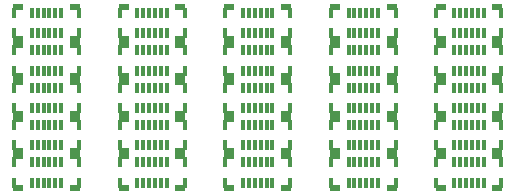
<source format=gbr>
%TF.GenerationSoftware,KiCad,Pcbnew,(6.0.7)*%
%TF.CreationDate,2023-04-05T23:06:48+08:00*%
%TF.ProjectId,MicroUSB2TypeC,4d696372-6f55-4534-9232-54797065432e,rev?*%
%TF.SameCoordinates,Original*%
%TF.FileFunction,Soldermask,Top*%
%TF.FilePolarity,Negative*%
%FSLAX46Y46*%
G04 Gerber Fmt 4.6, Leading zero omitted, Abs format (unit mm)*
G04 Created by KiCad (PCBNEW (6.0.7)) date 2023-04-05 23:06:48*
%MOMM*%
%LPD*%
G01*
G04 APERTURE LIST*
G04 Aperture macros list*
%AMRoundRect*
0 Rectangle with rounded corners*
0 $1 Rounding radius*
0 $2 $3 $4 $5 $6 $7 $8 $9 X,Y pos of 4 corners*
0 Add a 4 corners polygon primitive as box body*
4,1,4,$2,$3,$4,$5,$6,$7,$8,$9,$2,$3,0*
0 Add four circle primitives for the rounded corners*
1,1,$1+$1,$2,$3*
1,1,$1+$1,$4,$5*
1,1,$1+$1,$6,$7*
1,1,$1+$1,$8,$9*
0 Add four rect primitives between the rounded corners*
20,1,$1+$1,$2,$3,$4,$5,0*
20,1,$1+$1,$4,$5,$6,$7,0*
20,1,$1+$1,$6,$7,$8,$9,0*
20,1,$1+$1,$8,$9,$2,$3,0*%
G04 Aperture macros list end*
%ADD10RoundRect,0.075000X-0.075000X-0.360000X0.075000X-0.360000X0.075000X0.360000X-0.075000X0.360000X0*%
%ADD11R,0.900000X0.500000*%
G04 APERTURE END LIST*
D10*
%TO.C,J1*%
X181092000Y-92801000D03*
X182592000Y-92801000D03*
X183092000Y-92801000D03*
X183592000Y-92801000D03*
X184092000Y-92801000D03*
X184592000Y-92801000D03*
X185092000Y-92801000D03*
X186592000Y-92801000D03*
X186592000Y-94531000D03*
X185092000Y-94531000D03*
X184592000Y-94531000D03*
X184092000Y-94531000D03*
X183592000Y-94531000D03*
X183092000Y-94531000D03*
X182592000Y-94531000D03*
X181092000Y-94531000D03*
D11*
X181442000Y-92316000D03*
X181442000Y-95016000D03*
X186242000Y-92316000D03*
X186242000Y-95016000D03*
%TD*%
D10*
%TO.C,J1*%
X172152000Y-92801000D03*
X173652000Y-92801000D03*
X174152000Y-92801000D03*
X174652000Y-92801000D03*
X175152000Y-92801000D03*
X175652000Y-92801000D03*
X176152000Y-92801000D03*
X177652000Y-92801000D03*
X177652000Y-94531000D03*
X176152000Y-94531000D03*
X175652000Y-94531000D03*
X175152000Y-94531000D03*
X174652000Y-94531000D03*
X174152000Y-94531000D03*
X173652000Y-94531000D03*
X172152000Y-94531000D03*
D11*
X172502000Y-92316000D03*
X172502000Y-95016000D03*
X177302000Y-92316000D03*
X177302000Y-95016000D03*
%TD*%
D10*
%TO.C,J1*%
X163212000Y-92801000D03*
X164712000Y-92801000D03*
X165212000Y-92801000D03*
X165712000Y-92801000D03*
X166212000Y-92801000D03*
X166712000Y-92801000D03*
X167212000Y-92801000D03*
X168712000Y-92801000D03*
X168712000Y-94531000D03*
X167212000Y-94531000D03*
X166712000Y-94531000D03*
X166212000Y-94531000D03*
X165712000Y-94531000D03*
X165212000Y-94531000D03*
X164712000Y-94531000D03*
X163212000Y-94531000D03*
D11*
X163562000Y-92316000D03*
X163562000Y-95016000D03*
X168362000Y-92316000D03*
X168362000Y-95016000D03*
%TD*%
D10*
%TO.C,J1*%
X154272000Y-92801000D03*
X155772000Y-92801000D03*
X156272000Y-92801000D03*
X156772000Y-92801000D03*
X157272000Y-92801000D03*
X157772000Y-92801000D03*
X158272000Y-92801000D03*
X159772000Y-92801000D03*
X159772000Y-94531000D03*
X158272000Y-94531000D03*
X157772000Y-94531000D03*
X157272000Y-94531000D03*
X156772000Y-94531000D03*
X156272000Y-94531000D03*
X155772000Y-94531000D03*
X154272000Y-94531000D03*
D11*
X154622000Y-92316000D03*
X154622000Y-95016000D03*
X159422000Y-92316000D03*
X159422000Y-95016000D03*
%TD*%
D10*
%TO.C,J1*%
X145332000Y-92801000D03*
X146832000Y-92801000D03*
X147332000Y-92801000D03*
X147832000Y-92801000D03*
X148332000Y-92801000D03*
X148832000Y-92801000D03*
X149332000Y-92801000D03*
X150832000Y-92801000D03*
X150832000Y-94531000D03*
X149332000Y-94531000D03*
X148832000Y-94531000D03*
X148332000Y-94531000D03*
X147832000Y-94531000D03*
X147332000Y-94531000D03*
X146832000Y-94531000D03*
X145332000Y-94531000D03*
D11*
X145682000Y-92316000D03*
X145682000Y-95016000D03*
X150482000Y-92316000D03*
X150482000Y-95016000D03*
%TD*%
D10*
%TO.C,J1*%
X181092000Y-89641000D03*
X182592000Y-89641000D03*
X183092000Y-89641000D03*
X183592000Y-89641000D03*
X184092000Y-89641000D03*
X184592000Y-89641000D03*
X185092000Y-89641000D03*
X186592000Y-89641000D03*
X186592000Y-91371000D03*
X185092000Y-91371000D03*
X184592000Y-91371000D03*
X184092000Y-91371000D03*
X183592000Y-91371000D03*
X183092000Y-91371000D03*
X182592000Y-91371000D03*
X181092000Y-91371000D03*
D11*
X181442000Y-89156000D03*
X181442000Y-91856000D03*
X186242000Y-89156000D03*
X186242000Y-91856000D03*
%TD*%
D10*
%TO.C,J1*%
X172152000Y-89641000D03*
X173652000Y-89641000D03*
X174152000Y-89641000D03*
X174652000Y-89641000D03*
X175152000Y-89641000D03*
X175652000Y-89641000D03*
X176152000Y-89641000D03*
X177652000Y-89641000D03*
X177652000Y-91371000D03*
X176152000Y-91371000D03*
X175652000Y-91371000D03*
X175152000Y-91371000D03*
X174652000Y-91371000D03*
X174152000Y-91371000D03*
X173652000Y-91371000D03*
X172152000Y-91371000D03*
D11*
X172502000Y-89156000D03*
X172502000Y-91856000D03*
X177302000Y-89156000D03*
X177302000Y-91856000D03*
%TD*%
D10*
%TO.C,J1*%
X163212000Y-89641000D03*
X164712000Y-89641000D03*
X165212000Y-89641000D03*
X165712000Y-89641000D03*
X166212000Y-89641000D03*
X166712000Y-89641000D03*
X167212000Y-89641000D03*
X168712000Y-89641000D03*
X168712000Y-91371000D03*
X167212000Y-91371000D03*
X166712000Y-91371000D03*
X166212000Y-91371000D03*
X165712000Y-91371000D03*
X165212000Y-91371000D03*
X164712000Y-91371000D03*
X163212000Y-91371000D03*
D11*
X163562000Y-89156000D03*
X163562000Y-91856000D03*
X168362000Y-89156000D03*
X168362000Y-91856000D03*
%TD*%
D10*
%TO.C,J1*%
X154272000Y-89641000D03*
X155772000Y-89641000D03*
X156272000Y-89641000D03*
X156772000Y-89641000D03*
X157272000Y-89641000D03*
X157772000Y-89641000D03*
X158272000Y-89641000D03*
X159772000Y-89641000D03*
X159772000Y-91371000D03*
X158272000Y-91371000D03*
X157772000Y-91371000D03*
X157272000Y-91371000D03*
X156772000Y-91371000D03*
X156272000Y-91371000D03*
X155772000Y-91371000D03*
X154272000Y-91371000D03*
D11*
X154622000Y-89156000D03*
X154622000Y-91856000D03*
X159422000Y-89156000D03*
X159422000Y-91856000D03*
%TD*%
D10*
%TO.C,J1*%
X145332000Y-89641000D03*
X146832000Y-89641000D03*
X147332000Y-89641000D03*
X147832000Y-89641000D03*
X148332000Y-89641000D03*
X148832000Y-89641000D03*
X149332000Y-89641000D03*
X150832000Y-89641000D03*
X150832000Y-91371000D03*
X149332000Y-91371000D03*
X148832000Y-91371000D03*
X148332000Y-91371000D03*
X147832000Y-91371000D03*
X147332000Y-91371000D03*
X146832000Y-91371000D03*
X145332000Y-91371000D03*
D11*
X145682000Y-89156000D03*
X145682000Y-91856000D03*
X150482000Y-89156000D03*
X150482000Y-91856000D03*
%TD*%
D10*
%TO.C,J1*%
X181092000Y-86481000D03*
X182592000Y-86481000D03*
X183092000Y-86481000D03*
X183592000Y-86481000D03*
X184092000Y-86481000D03*
X184592000Y-86481000D03*
X185092000Y-86481000D03*
X186592000Y-86481000D03*
X186592000Y-88211000D03*
X185092000Y-88211000D03*
X184592000Y-88211000D03*
X184092000Y-88211000D03*
X183592000Y-88211000D03*
X183092000Y-88211000D03*
X182592000Y-88211000D03*
X181092000Y-88211000D03*
D11*
X181442000Y-85996000D03*
X181442000Y-88696000D03*
X186242000Y-85996000D03*
X186242000Y-88696000D03*
%TD*%
D10*
%TO.C,J1*%
X172152000Y-86481000D03*
X173652000Y-86481000D03*
X174152000Y-86481000D03*
X174652000Y-86481000D03*
X175152000Y-86481000D03*
X175652000Y-86481000D03*
X176152000Y-86481000D03*
X177652000Y-86481000D03*
X177652000Y-88211000D03*
X176152000Y-88211000D03*
X175652000Y-88211000D03*
X175152000Y-88211000D03*
X174652000Y-88211000D03*
X174152000Y-88211000D03*
X173652000Y-88211000D03*
X172152000Y-88211000D03*
D11*
X172502000Y-85996000D03*
X172502000Y-88696000D03*
X177302000Y-85996000D03*
X177302000Y-88696000D03*
%TD*%
D10*
%TO.C,J1*%
X163212000Y-86481000D03*
X164712000Y-86481000D03*
X165212000Y-86481000D03*
X165712000Y-86481000D03*
X166212000Y-86481000D03*
X166712000Y-86481000D03*
X167212000Y-86481000D03*
X168712000Y-86481000D03*
X168712000Y-88211000D03*
X167212000Y-88211000D03*
X166712000Y-88211000D03*
X166212000Y-88211000D03*
X165712000Y-88211000D03*
X165212000Y-88211000D03*
X164712000Y-88211000D03*
X163212000Y-88211000D03*
D11*
X163562000Y-85996000D03*
X163562000Y-88696000D03*
X168362000Y-85996000D03*
X168362000Y-88696000D03*
%TD*%
D10*
%TO.C,J1*%
X154272000Y-86481000D03*
X155772000Y-86481000D03*
X156272000Y-86481000D03*
X156772000Y-86481000D03*
X157272000Y-86481000D03*
X157772000Y-86481000D03*
X158272000Y-86481000D03*
X159772000Y-86481000D03*
X159772000Y-88211000D03*
X158272000Y-88211000D03*
X157772000Y-88211000D03*
X157272000Y-88211000D03*
X156772000Y-88211000D03*
X156272000Y-88211000D03*
X155772000Y-88211000D03*
X154272000Y-88211000D03*
D11*
X154622000Y-85996000D03*
X154622000Y-88696000D03*
X159422000Y-85996000D03*
X159422000Y-88696000D03*
%TD*%
D10*
%TO.C,J1*%
X145332000Y-86481000D03*
X146832000Y-86481000D03*
X147332000Y-86481000D03*
X147832000Y-86481000D03*
X148332000Y-86481000D03*
X148832000Y-86481000D03*
X149332000Y-86481000D03*
X150832000Y-86481000D03*
X150832000Y-88211000D03*
X149332000Y-88211000D03*
X148832000Y-88211000D03*
X148332000Y-88211000D03*
X147832000Y-88211000D03*
X147332000Y-88211000D03*
X146832000Y-88211000D03*
X145332000Y-88211000D03*
D11*
X145682000Y-85996000D03*
X145682000Y-88696000D03*
X150482000Y-85996000D03*
X150482000Y-88696000D03*
%TD*%
D10*
%TO.C,J1*%
X181092000Y-83321000D03*
X182592000Y-83321000D03*
X183092000Y-83321000D03*
X183592000Y-83321000D03*
X184092000Y-83321000D03*
X184592000Y-83321000D03*
X185092000Y-83321000D03*
X186592000Y-83321000D03*
X186592000Y-85051000D03*
X185092000Y-85051000D03*
X184592000Y-85051000D03*
X184092000Y-85051000D03*
X183592000Y-85051000D03*
X183092000Y-85051000D03*
X182592000Y-85051000D03*
X181092000Y-85051000D03*
D11*
X181442000Y-82836000D03*
X181442000Y-85536000D03*
X186242000Y-82836000D03*
X186242000Y-85536000D03*
%TD*%
D10*
%TO.C,J1*%
X172152000Y-83321000D03*
X173652000Y-83321000D03*
X174152000Y-83321000D03*
X174652000Y-83321000D03*
X175152000Y-83321000D03*
X175652000Y-83321000D03*
X176152000Y-83321000D03*
X177652000Y-83321000D03*
X177652000Y-85051000D03*
X176152000Y-85051000D03*
X175652000Y-85051000D03*
X175152000Y-85051000D03*
X174652000Y-85051000D03*
X174152000Y-85051000D03*
X173652000Y-85051000D03*
X172152000Y-85051000D03*
D11*
X172502000Y-82836000D03*
X172502000Y-85536000D03*
X177302000Y-82836000D03*
X177302000Y-85536000D03*
%TD*%
D10*
%TO.C,J1*%
X163212000Y-83321000D03*
X164712000Y-83321000D03*
X165212000Y-83321000D03*
X165712000Y-83321000D03*
X166212000Y-83321000D03*
X166712000Y-83321000D03*
X167212000Y-83321000D03*
X168712000Y-83321000D03*
X168712000Y-85051000D03*
X167212000Y-85051000D03*
X166712000Y-85051000D03*
X166212000Y-85051000D03*
X165712000Y-85051000D03*
X165212000Y-85051000D03*
X164712000Y-85051000D03*
X163212000Y-85051000D03*
D11*
X163562000Y-82836000D03*
X163562000Y-85536000D03*
X168362000Y-82836000D03*
X168362000Y-85536000D03*
%TD*%
D10*
%TO.C,J1*%
X154272000Y-83321000D03*
X155772000Y-83321000D03*
X156272000Y-83321000D03*
X156772000Y-83321000D03*
X157272000Y-83321000D03*
X157772000Y-83321000D03*
X158272000Y-83321000D03*
X159772000Y-83321000D03*
X159772000Y-85051000D03*
X158272000Y-85051000D03*
X157772000Y-85051000D03*
X157272000Y-85051000D03*
X156772000Y-85051000D03*
X156272000Y-85051000D03*
X155772000Y-85051000D03*
X154272000Y-85051000D03*
D11*
X154622000Y-82836000D03*
X154622000Y-85536000D03*
X159422000Y-82836000D03*
X159422000Y-85536000D03*
%TD*%
D10*
%TO.C,J1*%
X145332000Y-83321000D03*
X146832000Y-83321000D03*
X147332000Y-83321000D03*
X147832000Y-83321000D03*
X148332000Y-83321000D03*
X148832000Y-83321000D03*
X149332000Y-83321000D03*
X150832000Y-83321000D03*
X150832000Y-85051000D03*
X149332000Y-85051000D03*
X148832000Y-85051000D03*
X148332000Y-85051000D03*
X147832000Y-85051000D03*
X147332000Y-85051000D03*
X146832000Y-85051000D03*
X145332000Y-85051000D03*
D11*
X145682000Y-82836000D03*
X145682000Y-85536000D03*
X150482000Y-82836000D03*
X150482000Y-85536000D03*
%TD*%
D10*
%TO.C,J1*%
X181092000Y-80161000D03*
X182592000Y-80161000D03*
X183092000Y-80161000D03*
X183592000Y-80161000D03*
X184092000Y-80161000D03*
X184592000Y-80161000D03*
X185092000Y-80161000D03*
X186592000Y-80161000D03*
X186592000Y-81891000D03*
X185092000Y-81891000D03*
X184592000Y-81891000D03*
X184092000Y-81891000D03*
X183592000Y-81891000D03*
X183092000Y-81891000D03*
X182592000Y-81891000D03*
X181092000Y-81891000D03*
D11*
X181442000Y-79676000D03*
X181442000Y-82376000D03*
X186242000Y-79676000D03*
X186242000Y-82376000D03*
%TD*%
D10*
%TO.C,J1*%
X172152000Y-80161000D03*
X173652000Y-80161000D03*
X174152000Y-80161000D03*
X174652000Y-80161000D03*
X175152000Y-80161000D03*
X175652000Y-80161000D03*
X176152000Y-80161000D03*
X177652000Y-80161000D03*
X177652000Y-81891000D03*
X176152000Y-81891000D03*
X175652000Y-81891000D03*
X175152000Y-81891000D03*
X174652000Y-81891000D03*
X174152000Y-81891000D03*
X173652000Y-81891000D03*
X172152000Y-81891000D03*
D11*
X172502000Y-79676000D03*
X172502000Y-82376000D03*
X177302000Y-79676000D03*
X177302000Y-82376000D03*
%TD*%
D10*
%TO.C,J1*%
X163212000Y-80161000D03*
X164712000Y-80161000D03*
X165212000Y-80161000D03*
X165712000Y-80161000D03*
X166212000Y-80161000D03*
X166712000Y-80161000D03*
X167212000Y-80161000D03*
X168712000Y-80161000D03*
X168712000Y-81891000D03*
X167212000Y-81891000D03*
X166712000Y-81891000D03*
X166212000Y-81891000D03*
X165712000Y-81891000D03*
X165212000Y-81891000D03*
X164712000Y-81891000D03*
X163212000Y-81891000D03*
D11*
X163562000Y-79676000D03*
X163562000Y-82376000D03*
X168362000Y-79676000D03*
X168362000Y-82376000D03*
%TD*%
D10*
%TO.C,J1*%
X154272000Y-80161000D03*
X155772000Y-80161000D03*
X156272000Y-80161000D03*
X156772000Y-80161000D03*
X157272000Y-80161000D03*
X157772000Y-80161000D03*
X158272000Y-80161000D03*
X159772000Y-80161000D03*
X159772000Y-81891000D03*
X158272000Y-81891000D03*
X157772000Y-81891000D03*
X157272000Y-81891000D03*
X156772000Y-81891000D03*
X156272000Y-81891000D03*
X155772000Y-81891000D03*
X154272000Y-81891000D03*
D11*
X154622000Y-79676000D03*
X154622000Y-82376000D03*
X159422000Y-79676000D03*
X159422000Y-82376000D03*
%TD*%
D10*
%TO.C,J1*%
X145332000Y-80161000D03*
X146832000Y-80161000D03*
X147332000Y-80161000D03*
X147832000Y-80161000D03*
X148332000Y-80161000D03*
X148832000Y-80161000D03*
X149332000Y-80161000D03*
X150832000Y-80161000D03*
X150832000Y-81891000D03*
X149332000Y-81891000D03*
X148832000Y-81891000D03*
X148332000Y-81891000D03*
X147832000Y-81891000D03*
X147332000Y-81891000D03*
X146832000Y-81891000D03*
X145332000Y-81891000D03*
D11*
X145682000Y-79676000D03*
X145682000Y-82376000D03*
X150482000Y-79676000D03*
X150482000Y-82376000D03*
%TD*%
M02*

</source>
